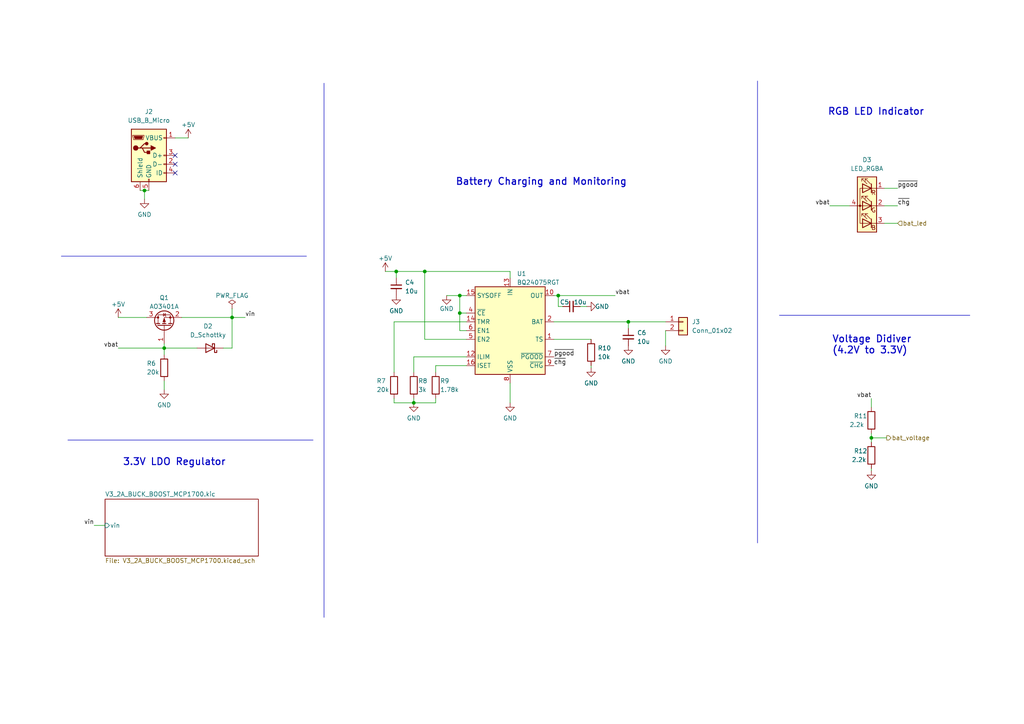
<source format=kicad_sch>
(kicad_sch (version 20230121) (generator eeschema)

  (uuid 3ff0df89-e012-48ad-85e5-890449a05943)

  (paper "A4")

  (lib_symbols
    (symbol "BQ24075RGT_1" (in_bom yes) (on_board yes)
      (property "Reference" "U" (at -8.89 13.97 0)
        (effects (font (size 1.27 1.27)) (justify right))
      )
      (property "Value" "BQ24075RGT" (at 16.51 13.97 0)
        (effects (font (size 1.27 1.27)) (justify right))
      )
      (property "Footprint" "Package_DFN_QFN:VQFN-16-1EP_3x3mm_P0.5mm_EP1.6x1.6mm" (at 7.62 -13.97 0)
        (effects (font (size 1.27 1.27)) (justify left) hide)
      )
      (property "Datasheet" "http://www.ti.com/lit/ds/symlink/bq24075.pdf" (at 7.62 5.08 0)
        (effects (font (size 1.27 1.27)) hide)
      )
      (property "ki_keywords" "USB Charger" (at 0 0 0)
        (effects (font (size 1.27 1.27)) hide)
      )
      (property "ki_description" "USB-Friendly Li-Ion Battery Charger and Power-Path Management, VQFN-16" (at 0 0 0)
        (effects (font (size 1.27 1.27)) hide)
      )
      (property "ki_fp_filters" "VQFN*1EP*3x3mm*P0.5mm*" (at 0 0 0)
        (effects (font (size 1.27 1.27)) hide)
      )
      (symbol "BQ24075RGT_1_0_1"
        (rectangle (start -10.16 12.7) (end 10.16 -12.7)
          (stroke (width 0.254) (type default))
          (fill (type background))
        )
      )
      (symbol "BQ24075RGT_1_1_1"
        (pin passive line (at 12.7 -2.54 180) (length 2.54)
          (name "TS" (effects (font (size 1.27 1.27))))
          (number "1" (effects (font (size 1.27 1.27))))
        )
        (pin power_out line (at 12.7 10.16 180) (length 2.54)
          (name "OUT" (effects (font (size 1.27 1.27))))
          (number "10" (effects (font (size 1.27 1.27))))
        )
        (pin passive line (at 12.7 10.16 180) (length 2.54) hide
          (name "OUT" (effects (font (size 1.27 1.27))))
          (number "11" (effects (font (size 1.27 1.27))))
        )
        (pin passive line (at -12.7 -7.62 0) (length 2.54)
          (name "ILIM" (effects (font (size 1.27 1.27))))
          (number "12" (effects (font (size 1.27 1.27))))
        )
        (pin power_in line (at 0 15.24 270) (length 2.54)
          (name "IN" (effects (font (size 1.27 1.27))))
          (number "13" (effects (font (size 1.27 1.27))))
        )
        (pin input line (at -12.7 2.54 0) (length 2.54)
          (name "TMR" (effects (font (size 1.27 1.27))))
          (number "14" (effects (font (size 1.27 1.27))))
        )
        (pin input line (at -12.7 10.16 0) (length 2.54)
          (name "SYSOFF" (effects (font (size 1.27 1.27))))
          (number "15" (effects (font (size 1.27 1.27))))
        )
        (pin passive line (at -12.7 -10.16 0) (length 2.54)
          (name "ISET" (effects (font (size 1.27 1.27))))
          (number "16" (effects (font (size 1.27 1.27))))
        )
        (pin passive line (at 0 -15.24 90) (length 2.54) hide
          (name "VSS" (effects (font (size 1.27 1.27))))
          (number "17" (effects (font (size 1.27 1.27))))
        )
        (pin power_out line (at 12.7 2.54 180) (length 2.54)
          (name "BAT" (effects (font (size 1.27 1.27))))
          (number "2" (effects (font (size 1.27 1.27))))
        )
        (pin passive line (at 12.7 2.54 180) (length 2.54) hide
          (name "BAT" (effects (font (size 1.27 1.27))))
          (number "3" (effects (font (size 1.27 1.27))))
        )
        (pin input line (at -12.7 5.08 0) (length 2.54)
          (name "~{CE}" (effects (font (size 1.27 1.27))))
          (number "4" (effects (font (size 1.27 1.27))))
        )
        (pin input line (at -12.7 -2.54 0) (length 2.54)
          (name "EN2" (effects (font (size 1.27 1.27))))
          (number "5" (effects (font (size 1.27 1.27))))
        )
        (pin input line (at -12.7 0 0) (length 2.54)
          (name "EN1" (effects (font (size 1.27 1.27))))
          (number "6" (effects (font (size 1.27 1.27))))
        )
        (pin open_collector line (at 12.7 -7.62 180) (length 2.54)
          (name "~{PGOOD}" (effects (font (size 1.27 1.27))))
          (number "7" (effects (font (size 1.27 1.27))))
        )
        (pin power_in line (at 0 -15.24 90) (length 2.54)
          (name "VSS" (effects (font (size 1.27 1.27))))
          (number "8" (effects (font (size 1.27 1.27))))
        )
        (pin open_collector line (at 12.7 -10.16 180) (length 2.54)
          (name "~{CHG}" (effects (font (size 1.27 1.27))))
          (number "9" (effects (font (size 1.27 1.27))))
        )
      )
    )
    (symbol "Connector:USB_B_Micro" (pin_names (offset 1.016)) (in_bom yes) (on_board yes)
      (property "Reference" "J" (at -5.08 11.43 0)
        (effects (font (size 1.27 1.27)) (justify left))
      )
      (property "Value" "USB_B_Micro" (at -5.08 8.89 0)
        (effects (font (size 1.27 1.27)) (justify left))
      )
      (property "Footprint" "" (at 3.81 -1.27 0)
        (effects (font (size 1.27 1.27)) hide)
      )
      (property "Datasheet" "~" (at 3.81 -1.27 0)
        (effects (font (size 1.27 1.27)) hide)
      )
      (property "ki_keywords" "connector USB micro" (at 0 0 0)
        (effects (font (size 1.27 1.27)) hide)
      )
      (property "ki_description" "USB Micro Type B connector" (at 0 0 0)
        (effects (font (size 1.27 1.27)) hide)
      )
      (property "ki_fp_filters" "USB*" (at 0 0 0)
        (effects (font (size 1.27 1.27)) hide)
      )
      (symbol "USB_B_Micro_0_1"
        (rectangle (start -5.08 -7.62) (end 5.08 7.62)
          (stroke (width 0.254) (type default))
          (fill (type background))
        )
        (circle (center -3.81 2.159) (radius 0.635)
          (stroke (width 0.254) (type default))
          (fill (type outline))
        )
        (circle (center -0.635 3.429) (radius 0.381)
          (stroke (width 0.254) (type default))
          (fill (type outline))
        )
        (rectangle (start -0.127 -7.62) (end 0.127 -6.858)
          (stroke (width 0) (type default))
          (fill (type none))
        )
        (polyline
          (pts
            (xy -1.905 2.159)
            (xy 0.635 2.159)
          )
          (stroke (width 0.254) (type default))
          (fill (type none))
        )
        (polyline
          (pts
            (xy -3.175 2.159)
            (xy -2.54 2.159)
            (xy -1.27 3.429)
            (xy -0.635 3.429)
          )
          (stroke (width 0.254) (type default))
          (fill (type none))
        )
        (polyline
          (pts
            (xy -2.54 2.159)
            (xy -1.905 2.159)
            (xy -1.27 0.889)
            (xy 0 0.889)
          )
          (stroke (width 0.254) (type default))
          (fill (type none))
        )
        (polyline
          (pts
            (xy 0.635 2.794)
            (xy 0.635 1.524)
            (xy 1.905 2.159)
            (xy 0.635 2.794)
          )
          (stroke (width 0.254) (type default))
          (fill (type outline))
        )
        (polyline
          (pts
            (xy -4.318 5.588)
            (xy -1.778 5.588)
            (xy -2.032 4.826)
            (xy -4.064 4.826)
            (xy -4.318 5.588)
          )
          (stroke (width 0) (type default))
          (fill (type outline))
        )
        (polyline
          (pts
            (xy -4.699 5.842)
            (xy -4.699 5.588)
            (xy -4.445 4.826)
            (xy -4.445 4.572)
            (xy -1.651 4.572)
            (xy -1.651 4.826)
            (xy -1.397 5.588)
            (xy -1.397 5.842)
            (xy -4.699 5.842)
          )
          (stroke (width 0) (type default))
          (fill (type none))
        )
        (rectangle (start 0.254 1.27) (end -0.508 0.508)
          (stroke (width 0.254) (type default))
          (fill (type outline))
        )
        (rectangle (start 5.08 -5.207) (end 4.318 -4.953)
          (stroke (width 0) (type default))
          (fill (type none))
        )
        (rectangle (start 5.08 -2.667) (end 4.318 -2.413)
          (stroke (width 0) (type default))
          (fill (type none))
        )
        (rectangle (start 5.08 -0.127) (end 4.318 0.127)
          (stroke (width 0) (type default))
          (fill (type none))
        )
        (rectangle (start 5.08 4.953) (end 4.318 5.207)
          (stroke (width 0) (type default))
          (fill (type none))
        )
      )
      (symbol "USB_B_Micro_1_1"
        (pin power_out line (at 7.62 5.08 180) (length 2.54)
          (name "VBUS" (effects (font (size 1.27 1.27))))
          (number "1" (effects (font (size 1.27 1.27))))
        )
        (pin bidirectional line (at 7.62 -2.54 180) (length 2.54)
          (name "D-" (effects (font (size 1.27 1.27))))
          (number "2" (effects (font (size 1.27 1.27))))
        )
        (pin bidirectional line (at 7.62 0 180) (length 2.54)
          (name "D+" (effects (font (size 1.27 1.27))))
          (number "3" (effects (font (size 1.27 1.27))))
        )
        (pin passive line (at 7.62 -5.08 180) (length 2.54)
          (name "ID" (effects (font (size 1.27 1.27))))
          (number "4" (effects (font (size 1.27 1.27))))
        )
        (pin power_out line (at 0 -10.16 90) (length 2.54)
          (name "GND" (effects (font (size 1.27 1.27))))
          (number "5" (effects (font (size 1.27 1.27))))
        )
        (pin passive line (at -2.54 -10.16 90) (length 2.54)
          (name "Shield" (effects (font (size 1.27 1.27))))
          (number "6" (effects (font (size 1.27 1.27))))
        )
      )
    )
    (symbol "Connector_Generic:Conn_01x02" (pin_names (offset 1.016) hide) (in_bom yes) (on_board yes)
      (property "Reference" "J" (at 0 2.54 0)
        (effects (font (size 1.27 1.27)))
      )
      (property "Value" "Conn_01x02" (at 0 -5.08 0)
        (effects (font (size 1.27 1.27)))
      )
      (property "Footprint" "" (at 0 0 0)
        (effects (font (size 1.27 1.27)) hide)
      )
      (property "Datasheet" "~" (at 0 0 0)
        (effects (font (size 1.27 1.27)) hide)
      )
      (property "ki_keywords" "connector" (at 0 0 0)
        (effects (font (size 1.27 1.27)) hide)
      )
      (property "ki_description" "Generic connector, single row, 01x02, script generated (kicad-library-utils/schlib/autogen/connector/)" (at 0 0 0)
        (effects (font (size 1.27 1.27)) hide)
      )
      (property "ki_fp_filters" "Connector*:*_1x??_*" (at 0 0 0)
        (effects (font (size 1.27 1.27)) hide)
      )
      (symbol "Conn_01x02_1_1"
        (rectangle (start -1.27 -2.413) (end 0 -2.667)
          (stroke (width 0.1524) (type default))
          (fill (type none))
        )
        (rectangle (start -1.27 0.127) (end 0 -0.127)
          (stroke (width 0.1524) (type default))
          (fill (type none))
        )
        (rectangle (start -1.27 1.27) (end 1.27 -3.81)
          (stroke (width 0.254) (type default))
          (fill (type background))
        )
        (pin passive line (at -5.08 0 0) (length 3.81)
          (name "Pin_1" (effects (font (size 1.27 1.27))))
          (number "1" (effects (font (size 1.27 1.27))))
        )
        (pin passive line (at -5.08 -2.54 0) (length 3.81)
          (name "Pin_2" (effects (font (size 1.27 1.27))))
          (number "2" (effects (font (size 1.27 1.27))))
        )
      )
    )
    (symbol "Device:C_Small" (pin_numbers hide) (pin_names (offset 0.254) hide) (in_bom yes) (on_board yes)
      (property "Reference" "C" (at 0.254 1.778 0)
        (effects (font (size 1.27 1.27)) (justify left))
      )
      (property "Value" "C_Small" (at 0.254 -2.032 0)
        (effects (font (size 1.27 1.27)) (justify left))
      )
      (property "Footprint" "" (at 0 0 0)
        (effects (font (size 1.27 1.27)) hide)
      )
      (property "Datasheet" "~" (at 0 0 0)
        (effects (font (size 1.27 1.27)) hide)
      )
      (property "ki_keywords" "capacitor cap" (at 0 0 0)
        (effects (font (size 1.27 1.27)) hide)
      )
      (property "ki_description" "Unpolarized capacitor, small symbol" (at 0 0 0)
        (effects (font (size 1.27 1.27)) hide)
      )
      (property "ki_fp_filters" "C_*" (at 0 0 0)
        (effects (font (size 1.27 1.27)) hide)
      )
      (symbol "C_Small_0_1"
        (polyline
          (pts
            (xy -1.524 -0.508)
            (xy 1.524 -0.508)
          )
          (stroke (width 0.3302) (type default))
          (fill (type none))
        )
        (polyline
          (pts
            (xy -1.524 0.508)
            (xy 1.524 0.508)
          )
          (stroke (width 0.3048) (type default))
          (fill (type none))
        )
      )
      (symbol "C_Small_1_1"
        (pin passive line (at 0 2.54 270) (length 2.032)
          (name "~" (effects (font (size 1.27 1.27))))
          (number "1" (effects (font (size 1.27 1.27))))
        )
        (pin passive line (at 0 -2.54 90) (length 2.032)
          (name "~" (effects (font (size 1.27 1.27))))
          (number "2" (effects (font (size 1.27 1.27))))
        )
      )
    )
    (symbol "Device:D_Schottky" (pin_numbers hide) (pin_names (offset 1.016) hide) (in_bom yes) (on_board yes)
      (property "Reference" "D" (at 0 2.54 0)
        (effects (font (size 1.27 1.27)))
      )
      (property "Value" "D_Schottky" (at 0 -2.54 0)
        (effects (font (size 1.27 1.27)))
      )
      (property "Footprint" "" (at 0 0 0)
        (effects (font (size 1.27 1.27)) hide)
      )
      (property "Datasheet" "~" (at 0 0 0)
        (effects (font (size 1.27 1.27)) hide)
      )
      (property "ki_keywords" "diode Schottky" (at 0 0 0)
        (effects (font (size 1.27 1.27)) hide)
      )
      (property "ki_description" "Schottky diode" (at 0 0 0)
        (effects (font (size 1.27 1.27)) hide)
      )
      (property "ki_fp_filters" "TO-???* *_Diode_* *SingleDiode* D_*" (at 0 0 0)
        (effects (font (size 1.27 1.27)) hide)
      )
      (symbol "D_Schottky_0_1"
        (polyline
          (pts
            (xy 1.27 0)
            (xy -1.27 0)
          )
          (stroke (width 0) (type default))
          (fill (type none))
        )
        (polyline
          (pts
            (xy 1.27 1.27)
            (xy 1.27 -1.27)
            (xy -1.27 0)
            (xy 1.27 1.27)
          )
          (stroke (width 0.254) (type default))
          (fill (type none))
        )
        (polyline
          (pts
            (xy -1.905 0.635)
            (xy -1.905 1.27)
            (xy -1.27 1.27)
            (xy -1.27 -1.27)
            (xy -0.635 -1.27)
            (xy -0.635 -0.635)
          )
          (stroke (width 0.254) (type default))
          (fill (type none))
        )
      )
      (symbol "D_Schottky_1_1"
        (pin passive line (at -3.81 0 0) (length 2.54)
          (name "K" (effects (font (size 1.27 1.27))))
          (number "1" (effects (font (size 1.27 1.27))))
        )
        (pin passive line (at 3.81 0 180) (length 2.54)
          (name "A" (effects (font (size 1.27 1.27))))
          (number "2" (effects (font (size 1.27 1.27))))
        )
      )
    )
    (symbol "Device:LED_RGBA" (pin_names (offset 0) hide) (in_bom yes) (on_board yes)
      (property "Reference" "D" (at 0 9.398 0)
        (effects (font (size 1.27 1.27)))
      )
      (property "Value" "LED_RGBA" (at 0 -8.89 0)
        (effects (font (size 1.27 1.27)))
      )
      (property "Footprint" "" (at 0 -1.27 0)
        (effects (font (size 1.27 1.27)) hide)
      )
      (property "Datasheet" "~" (at 0 -1.27 0)
        (effects (font (size 1.27 1.27)) hide)
      )
      (property "ki_keywords" "LED RGB diode" (at 0 0 0)
        (effects (font (size 1.27 1.27)) hide)
      )
      (property "ki_description" "RGB LED, red/green/blue/anode" (at 0 0 0)
        (effects (font (size 1.27 1.27)) hide)
      )
      (property "ki_fp_filters" "LED* LED_SMD:* LED_THT:*" (at 0 0 0)
        (effects (font (size 1.27 1.27)) hide)
      )
      (symbol "LED_RGBA_0_0"
        (text "B" (at -1.905 -6.35 0)
          (effects (font (size 1.27 1.27)))
        )
        (text "G" (at -1.905 -1.27 0)
          (effects (font (size 1.27 1.27)))
        )
        (text "R" (at -1.905 3.81 0)
          (effects (font (size 1.27 1.27)))
        )
      )
      (symbol "LED_RGBA_0_1"
        (polyline
          (pts
            (xy -1.27 -5.08)
            (xy -2.54 -5.08)
          )
          (stroke (width 0) (type default))
          (fill (type none))
        )
        (polyline
          (pts
            (xy -1.27 -5.08)
            (xy 1.27 -5.08)
          )
          (stroke (width 0) (type default))
          (fill (type none))
        )
        (polyline
          (pts
            (xy -1.27 -3.81)
            (xy -1.27 -6.35)
          )
          (stroke (width 0.254) (type default))
          (fill (type none))
        )
        (polyline
          (pts
            (xy -1.27 0)
            (xy -2.54 0)
          )
          (stroke (width 0) (type default))
          (fill (type none))
        )
        (polyline
          (pts
            (xy -1.27 1.27)
            (xy -1.27 -1.27)
          )
          (stroke (width 0.254) (type default))
          (fill (type none))
        )
        (polyline
          (pts
            (xy -1.27 5.08)
            (xy -2.54 5.08)
          )
          (stroke (width 0) (type default))
          (fill (type none))
        )
        (polyline
          (pts
            (xy -1.27 5.08)
            (xy 1.27 5.08)
          )
          (stroke (width 0) (type default))
          (fill (type none))
        )
        (polyline
          (pts
            (xy -1.27 6.35)
            (xy -1.27 3.81)
          )
          (stroke (width 0.254) (type default))
          (fill (type none))
        )
        (polyline
          (pts
            (xy 1.27 0)
            (xy -1.27 0)
          )
          (stroke (width 0) (type default))
          (fill (type none))
        )
        (polyline
          (pts
            (xy 1.27 0)
            (xy 2.54 0)
          )
          (stroke (width 0) (type default))
          (fill (type none))
        )
        (polyline
          (pts
            (xy -1.27 1.27)
            (xy -1.27 -1.27)
            (xy -1.27 -1.27)
          )
          (stroke (width 0) (type default))
          (fill (type none))
        )
        (polyline
          (pts
            (xy -1.27 6.35)
            (xy -1.27 3.81)
            (xy -1.27 3.81)
          )
          (stroke (width 0) (type default))
          (fill (type none))
        )
        (polyline
          (pts
            (xy 1.27 -5.08)
            (xy 2.032 -5.08)
            (xy 2.032 5.08)
            (xy 1.27 5.08)
          )
          (stroke (width 0) (type default))
          (fill (type none))
        )
        (polyline
          (pts
            (xy 1.27 -3.81)
            (xy 1.27 -6.35)
            (xy -1.27 -5.08)
            (xy 1.27 -3.81)
          )
          (stroke (width 0.254) (type default))
          (fill (type none))
        )
        (polyline
          (pts
            (xy 1.27 1.27)
            (xy 1.27 -1.27)
            (xy -1.27 0)
            (xy 1.27 1.27)
          )
          (stroke (width 0.254) (type default))
          (fill (type none))
        )
        (polyline
          (pts
            (xy 1.27 6.35)
            (xy 1.27 3.81)
            (xy -1.27 5.08)
            (xy 1.27 6.35)
          )
          (stroke (width 0.254) (type default))
          (fill (type none))
        )
        (polyline
          (pts
            (xy -1.016 -3.81)
            (xy 0.508 -2.286)
            (xy -0.254 -2.286)
            (xy 0.508 -2.286)
            (xy 0.508 -3.048)
          )
          (stroke (width 0) (type default))
          (fill (type none))
        )
        (polyline
          (pts
            (xy -1.016 1.27)
            (xy 0.508 2.794)
            (xy -0.254 2.794)
            (xy 0.508 2.794)
            (xy 0.508 2.032)
          )
          (stroke (width 0) (type default))
          (fill (type none))
        )
        (polyline
          (pts
            (xy -1.016 6.35)
            (xy 0.508 7.874)
            (xy -0.254 7.874)
            (xy 0.508 7.874)
            (xy 0.508 7.112)
          )
          (stroke (width 0) (type default))
          (fill (type none))
        )
        (polyline
          (pts
            (xy 0 -3.81)
            (xy 1.524 -2.286)
            (xy 0.762 -2.286)
            (xy 1.524 -2.286)
            (xy 1.524 -3.048)
          )
          (stroke (width 0) (type default))
          (fill (type none))
        )
        (polyline
          (pts
            (xy 0 1.27)
            (xy 1.524 2.794)
            (xy 0.762 2.794)
            (xy 1.524 2.794)
            (xy 1.524 2.032)
          )
          (stroke (width 0) (type default))
          (fill (type none))
        )
        (polyline
          (pts
            (xy 0 6.35)
            (xy 1.524 7.874)
            (xy 0.762 7.874)
            (xy 1.524 7.874)
            (xy 1.524 7.112)
          )
          (stroke (width 0) (type default))
          (fill (type none))
        )
        (rectangle (start 1.27 -1.27) (end 1.27 1.27)
          (stroke (width 0) (type default))
          (fill (type none))
        )
        (rectangle (start 1.27 1.27) (end 1.27 1.27)
          (stroke (width 0) (type default))
          (fill (type none))
        )
        (rectangle (start 1.27 3.81) (end 1.27 6.35)
          (stroke (width 0) (type default))
          (fill (type none))
        )
        (rectangle (start 1.27 6.35) (end 1.27 6.35)
          (stroke (width 0) (type default))
          (fill (type none))
        )
        (circle (center 2.032 0) (radius 0.254)
          (stroke (width 0) (type default))
          (fill (type outline))
        )
        (rectangle (start 2.794 8.382) (end -2.794 -7.62)
          (stroke (width 0.254) (type default))
          (fill (type background))
        )
      )
      (symbol "LED_RGBA_1_1"
        (pin passive line (at -5.08 5.08 0) (length 2.54)
          (name "RK" (effects (font (size 1.27 1.27))))
          (number "1" (effects (font (size 1.27 1.27))))
        )
        (pin passive line (at -5.08 0 0) (length 2.54)
          (name "GK" (effects (font (size 1.27 1.27))))
          (number "2" (effects (font (size 1.27 1.27))))
        )
        (pin passive line (at -5.08 -5.08 0) (length 2.54)
          (name "BK" (effects (font (size 1.27 1.27))))
          (number "3" (effects (font (size 1.27 1.27))))
        )
        (pin passive line (at 5.08 0 180) (length 2.54)
          (name "A" (effects (font (size 1.27 1.27))))
          (number "4" (effects (font (size 1.27 1.27))))
        )
      )
    )
    (symbol "Device:R" (pin_numbers hide) (pin_names (offset 0)) (in_bom yes) (on_board yes)
      (property "Reference" "R" (at 2.032 0 90)
        (effects (font (size 1.27 1.27)))
      )
      (property "Value" "R" (at 0 0 90)
        (effects (font (size 1.27 1.27)))
      )
      (property "Footprint" "" (at -1.778 0 90)
        (effects (font (size 1.27 1.27)) hide)
      )
      (property "Datasheet" "~" (at 0 0 0)
        (effects (font (size 1.27 1.27)) hide)
      )
      (property "ki_keywords" "R res resistor" (at 0 0 0)
        (effects (font (size 1.27 1.27)) hide)
      )
      (property "ki_description" "Resistor" (at 0 0 0)
        (effects (font (size 1.27 1.27)) hide)
      )
      (property "ki_fp_filters" "R_*" (at 0 0 0)
        (effects (font (size 1.27 1.27)) hide)
      )
      (symbol "R_0_1"
        (rectangle (start -1.016 -2.54) (end 1.016 2.54)
          (stroke (width 0.254) (type default))
          (fill (type none))
        )
      )
      (symbol "R_1_1"
        (pin passive line (at 0 3.81 270) (length 1.27)
          (name "~" (effects (font (size 1.27 1.27))))
          (number "1" (effects (font (size 1.27 1.27))))
        )
        (pin passive line (at 0 -3.81 90) (length 1.27)
          (name "~" (effects (font (size 1.27 1.27))))
          (number "2" (effects (font (size 1.27 1.27))))
        )
      )
    )
    (symbol "Transistor_FET:AO3401A" (pin_names hide) (in_bom yes) (on_board yes)
      (property "Reference" "Q" (at 5.08 1.905 0)
        (effects (font (size 1.27 1.27)) (justify left))
      )
      (property "Value" "AO3401A" (at 5.08 0 0)
        (effects (font (size 1.27 1.27)) (justify left))
      )
      (property "Footprint" "Package_TO_SOT_SMD:SOT-23" (at 5.08 -1.905 0)
        (effects (font (size 1.27 1.27) italic) (justify left) hide)
      )
      (property "Datasheet" "http://www.aosmd.com/pdfs/datasheet/AO3401A.pdf" (at 0 0 0)
        (effects (font (size 1.27 1.27)) (justify left) hide)
      )
      (property "ki_keywords" "P-Channel MOSFET" (at 0 0 0)
        (effects (font (size 1.27 1.27)) hide)
      )
      (property "ki_description" "-4.0A Id, -30V Vds, P-Channel MOSFET, SOT-23" (at 0 0 0)
        (effects (font (size 1.27 1.27)) hide)
      )
      (property "ki_fp_filters" "SOT?23*" (at 0 0 0)
        (effects (font (size 1.27 1.27)) hide)
      )
      (symbol "AO3401A_0_1"
        (polyline
          (pts
            (xy 0.254 0)
            (xy -2.54 0)
          )
          (stroke (width 0) (type default))
          (fill (type none))
        )
        (polyline
          (pts
            (xy 0.254 1.905)
            (xy 0.254 -1.905)
          )
          (stroke (width 0.254) (type default))
          (fill (type none))
        )
        (polyline
          (pts
            (xy 0.762 -1.27)
            (xy 0.762 -2.286)
          )
          (stroke (width 0.254) (type default))
          (fill (type none))
        )
        (polyline
          (pts
            (xy 0.762 0.508)
            (xy 0.762 -0.508)
          )
          (stroke (width 0.254) (type default))
          (fill (type none))
        )
        (polyline
          (pts
            (xy 0.762 2.286)
            (xy 0.762 1.27)
          )
          (stroke (width 0.254) (type default))
          (fill (type none))
        )
        (polyline
          (pts
            (xy 2.54 2.54)
            (xy 2.54 1.778)
          )
          (stroke (width 0) (type default))
          (fill (type none))
        )
        (polyline
          (pts
            (xy 2.54 -2.54)
            (xy 2.54 0)
            (xy 0.762 0)
          )
          (stroke (width 0) (type default))
          (fill (type none))
        )
        (polyline
          (pts
            (xy 0.762 1.778)
            (xy 3.302 1.778)
            (xy 3.302 -1.778)
            (xy 0.762 -1.778)
          )
          (stroke (width 0) (type default))
          (fill (type none))
        )
        (polyline
          (pts
            (xy 2.286 0)
            (xy 1.27 0.381)
            (xy 1.27 -0.381)
            (xy 2.286 0)
          )
          (stroke (width 0) (type default))
          (fill (type outline))
        )
        (polyline
          (pts
            (xy 2.794 -0.508)
            (xy 2.921 -0.381)
            (xy 3.683 -0.381)
            (xy 3.81 -0.254)
          )
          (stroke (width 0) (type default))
          (fill (type none))
        )
        (polyline
          (pts
            (xy 3.302 -0.381)
            (xy 2.921 0.254)
            (xy 3.683 0.254)
            (xy 3.302 -0.381)
          )
          (stroke (width 0) (type default))
          (fill (type none))
        )
        (circle (center 1.651 0) (radius 2.794)
          (stroke (width 0.254) (type default))
          (fill (type none))
        )
        (circle (center 2.54 -1.778) (radius 0.254)
          (stroke (width 0) (type default))
          (fill (type outline))
        )
        (circle (center 2.54 1.778) (radius 0.254)
          (stroke (width 0) (type default))
          (fill (type outline))
        )
      )
      (symbol "AO3401A_1_1"
        (pin input line (at -5.08 0 0) (length 2.54)
          (name "G" (effects (font (size 1.27 1.27))))
          (number "1" (effects (font (size 1.27 1.27))))
        )
        (pin passive line (at 2.54 -5.08 90) (length 2.54)
          (name "S" (effects (font (size 1.27 1.27))))
          (number "2" (effects (font (size 1.27 1.27))))
        )
        (pin passive line (at 2.54 5.08 270) (length 2.54)
          (name "D" (effects (font (size 1.27 1.27))))
          (number "3" (effects (font (size 1.27 1.27))))
        )
      )
    )
    (symbol "power:+5V" (power) (pin_names (offset 0)) (in_bom yes) (on_board yes)
      (property "Reference" "#PWR" (at 0 -3.81 0)
        (effects (font (size 1.27 1.27)) hide)
      )
      (property "Value" "+5V" (at 0 3.556 0)
        (effects (font (size 1.27 1.27)))
      )
      (property "Footprint" "" (at 0 0 0)
        (effects (font (size 1.27 1.27)) hide)
      )
      (property "Datasheet" "" (at 0 0 0)
        (effects (font (size 1.27 1.27)) hide)
      )
      (property "ki_keywords" "global power" (at 0 0 0)
        (effects (font (size 1.27 1.27)) hide)
      )
      (property "ki_description" "Power symbol creates a global label with name \"+5V\"" (at 0 0 0)
        (effects (font (size 1.27 1.27)) hide)
      )
      (symbol "+5V_0_1"
        (polyline
          (pts
            (xy -0.762 1.27)
            (xy 0 2.54)
          )
          (stroke (width 0) (type default))
          (fill (type none))
        )
        (polyline
          (pts
            (xy 0 0)
            (xy 0 2.54)
          )
          (stroke (width 0) (type default))
          (fill (type none))
        )
        (polyline
          (pts
            (xy 0 2.54)
            (xy 0.762 1.27)
          )
          (stroke (width 0) (type default))
          (fill (type none))
        )
      )
      (symbol "+5V_1_1"
        (pin power_in line (at 0 0 90) (length 0) hide
          (name "+5V" (effects (font (size 1.27 1.27))))
          (number "1" (effects (font (size 1.27 1.27))))
        )
      )
    )
    (symbol "power:GND" (power) (pin_names (offset 0)) (in_bom yes) (on_board yes)
      (property "Reference" "#PWR" (at 0 -6.35 0)
        (effects (font (size 1.27 1.27)) hide)
      )
      (property "Value" "GND" (at 0 -3.81 0)
        (effects (font (size 1.27 1.27)))
      )
      (property "Footprint" "" (at 0 0 0)
        (effects (font (size 1.27 1.27)) hide)
      )
      (property "Datasheet" "" (at 0 0 0)
        (effects (font (size 1.27 1.27)) hide)
      )
      (property "ki_keywords" "global power" (at 0 0 0)
        (effects (font (size 1.27 1.27)) hide)
      )
      (property "ki_description" "Power symbol creates a global label with name \"GND\" , ground" (at 0 0 0)
        (effects (font (size 1.27 1.27)) hide)
      )
      (symbol "GND_0_1"
        (polyline
          (pts
            (xy 0 0)
            (xy 0 -1.27)
            (xy 1.27 -1.27)
            (xy 0 -2.54)
            (xy -1.27 -1.27)
            (xy 0 -1.27)
          )
          (stroke (width 0) (type default))
          (fill (type none))
        )
      )
      (symbol "GND_1_1"
        (pin power_in line (at 0 0 270) (length 0) hide
          (name "GND" (effects (font (size 1.27 1.27))))
          (number "1" (effects (font (size 1.27 1.27))))
        )
      )
    )
    (symbol "power:PWR_FLAG" (power) (pin_numbers hide) (pin_names (offset 0) hide) (in_bom yes) (on_board yes)
      (property "Reference" "#FLG" (at 0 1.905 0)
        (effects (font (size 1.27 1.27)) hide)
      )
      (property "Value" "PWR_FLAG" (at 0 3.81 0)
        (effects (font (size 1.27 1.27)))
      )
      (property "Footprint" "" (at 0 0 0)
        (effects (font (size 1.27 1.27)) hide)
      )
      (property "Datasheet" "~" (at 0 0 0)
        (effects (font (size 1.27 1.27)) hide)
      )
      (property "ki_keywords" "flag power" (at 0 0 0)
        (effects (font (size 1.27 1.27)) hide)
      )
      (property "ki_description" "Special symbol for telling ERC where power comes from" (at 0 0 0)
        (effects (font (size 1.27 1.27)) hide)
      )
      (symbol "PWR_FLAG_0_0"
        (pin power_out line (at 0 0 90) (length 0)
          (name "pwr" (effects (font (size 1.27 1.27))))
          (number "1" (effects (font (size 1.27 1.27))))
        )
      )
      (symbol "PWR_FLAG_0_1"
        (polyline
          (pts
            (xy 0 0)
            (xy 0 1.27)
            (xy -1.016 1.905)
            (xy 0 2.54)
            (xy 1.016 1.905)
            (xy 0 1.27)
          )
          (stroke (width 0) (type default))
          (fill (type none))
        )
      )
    )
  )

  (junction (at 41.91 55.245) (diameter 0) (color 0 0 0 0)
    (uuid 0651a5a0-e905-42bb-be45-7aa968435219)
  )
  (junction (at 123.19 78.74) (diameter 0) (color 0 0 0 0)
    (uuid 118354c6-82db-4991-b8e4-d9c88d5f1b7f)
  )
  (junction (at 67.31 92.075) (diameter 0) (color 0 0 0 0)
    (uuid 19ec647e-406f-408e-ac9a-218996a1d3c1)
  )
  (junction (at 114.935 78.74) (diameter 0) (color 0 0 0 0)
    (uuid 3026d08b-2657-4ae1-89c5-67686e65d74a)
  )
  (junction (at 182.245 93.345) (diameter 0) (color 0 0 0 0)
    (uuid 9432d66c-9c51-47b3-9063-27013d49b796)
  )
  (junction (at 133.35 85.725) (diameter 0) (color 0 0 0 0)
    (uuid bc12eddf-93c5-471f-8a38-bfe55e190bab)
  )
  (junction (at 161.925 85.725) (diameter 0) (color 0 0 0 0)
    (uuid c5365cc8-0d6d-467c-b909-d4561aa2d070)
  )
  (junction (at 252.73 127) (diameter 0) (color 0 0 0 0)
    (uuid d50c71c2-a17b-4ac8-b35e-7416c21b7f8c)
  )
  (junction (at 47.625 100.965) (diameter 0) (color 0 0 0 0)
    (uuid dc012b02-2f08-4d29-8a48-4c994dedf2ed)
  )
  (junction (at 133.35 90.805) (diameter 0) (color 0 0 0 0)
    (uuid ee8bb58e-c913-4e68-9ec4-e9d897b4c6de)
  )
  (junction (at 120.015 116.84) (diameter 0) (color 0 0 0 0)
    (uuid f00236fc-8623-4f86-93ca-603ec6db4c95)
  )

  (no_connect (at 50.8 47.625) (uuid 24f2db9c-7540-480b-89bd-2da491ca4364))
  (no_connect (at 50.8 45.085) (uuid d4dc8686-f209-4295-9fc2-8b94a246900b))
  (no_connect (at 50.8 50.165) (uuid e278b743-dbab-45ed-8e87-8cb90b916702))

  (wire (pts (xy 123.19 98.425) (xy 123.19 78.74))
    (stroke (width 0) (type default))
    (uuid 023eeded-cecb-4e26-9834-67124953ba4f)
  )
  (wire (pts (xy 161.925 88.9) (xy 161.925 85.725))
    (stroke (width 0) (type default))
    (uuid 0295dfca-5207-4628-80a4-29e2b007aecd)
  )
  (polyline (pts (xy 19.685 127.635) (xy 90.805 127.635))
    (stroke (width 0) (type default))
    (uuid 043daa97-9a85-4054-b40d-722899b6a04a)
  )

  (wire (pts (xy 27.305 152.4) (xy 30.48 152.4))
    (stroke (width 0) (type default))
    (uuid 057c1254-243a-49f8-9cde-bfb7b0162484)
  )
  (wire (pts (xy 67.31 89.535) (xy 67.31 92.075))
    (stroke (width 0) (type default))
    (uuid 0e6d5b32-2423-486c-991f-6d04af9bdc72)
  )
  (wire (pts (xy 252.73 136.525) (xy 252.73 135.89))
    (stroke (width 0) (type default))
    (uuid 15292d62-65e2-4672-9dbf-cedd26b2ce2e)
  )
  (wire (pts (xy 252.73 115.57) (xy 252.73 118.11))
    (stroke (width 0) (type default))
    (uuid 16ecaeba-dcd2-4a72-939c-7bfef32e3494)
  )
  (wire (pts (xy 34.29 92.075) (xy 42.545 92.075))
    (stroke (width 0) (type default))
    (uuid 17446a28-5df7-4522-9bca-6b66b7fd995c)
  )
  (wire (pts (xy 47.625 100.965) (xy 57.15 100.965))
    (stroke (width 0) (type default))
    (uuid 18c246f7-f490-40fb-b6ca-3a7015f44676)
  )
  (wire (pts (xy 147.955 116.84) (xy 147.955 111.125))
    (stroke (width 0) (type default))
    (uuid 18c8004d-db2b-42d3-b752-ff080d35ca61)
  )
  (polyline (pts (xy 226.06 91.44) (xy 281.305 91.44))
    (stroke (width 0) (type default))
    (uuid 1c8d79b6-f906-449b-b512-4b206a57e9c7)
  )

  (wire (pts (xy 114.935 80.645) (xy 114.935 78.74))
    (stroke (width 0) (type default))
    (uuid 1ca1785a-6f53-4539-8007-afabbd2fbe11)
  )
  (wire (pts (xy 114.3 116.84) (xy 114.3 115.57))
    (stroke (width 0) (type default))
    (uuid 1e06ce68-09e6-4b40-825d-313bd2bfbc16)
  )
  (wire (pts (xy 260.35 59.69) (xy 256.54 59.69))
    (stroke (width 0) (type default))
    (uuid 20733045-723d-4acb-b59d-ebf67cf7f2b1)
  )
  (wire (pts (xy 135.255 98.425) (xy 123.19 98.425))
    (stroke (width 0) (type default))
    (uuid 2ea48024-99ac-466f-a323-d759d1f5275d)
  )
  (wire (pts (xy 133.35 95.885) (xy 135.255 95.885))
    (stroke (width 0) (type default))
    (uuid 330b67a3-628f-41b9-aa44-258319f309fa)
  )
  (wire (pts (xy 161.925 85.725) (xy 178.435 85.725))
    (stroke (width 0) (type default))
    (uuid 346707e2-ac1b-424d-81c4-c3d2f91aa473)
  )
  (polyline (pts (xy 219.71 23.495) (xy 219.71 157.48))
    (stroke (width 0) (type default))
    (uuid 3515ac8b-e467-410d-b4d0-a2c9b5c1503e)
  )

  (wire (pts (xy 240.665 59.69) (xy 246.38 59.69))
    (stroke (width 0) (type default))
    (uuid 35903066-e764-477d-a32b-dbdecd095171)
  )
  (wire (pts (xy 120.015 107.95) (xy 120.015 103.505))
    (stroke (width 0) (type default))
    (uuid 3c8a3d5b-ea54-443e-a8f3-30b889b86eff)
  )
  (wire (pts (xy 252.73 127) (xy 257.175 127))
    (stroke (width 0) (type default))
    (uuid 4696643e-0ca9-4fb2-8a16-4621c0cad8e2)
  )
  (wire (pts (xy 120.015 103.505) (xy 135.255 103.505))
    (stroke (width 0) (type default))
    (uuid 4845e852-18ca-471b-9d9b-b0c519f5a84c)
  )
  (wire (pts (xy 126.365 116.84) (xy 126.365 115.57))
    (stroke (width 0) (type default))
    (uuid 4958f9b0-0c4b-4ef8-9376-00499a4c077c)
  )
  (wire (pts (xy 41.91 55.245) (xy 41.91 57.785))
    (stroke (width 0) (type default))
    (uuid 4c39740d-8724-4e42-a607-02e443f7c759)
  )
  (wire (pts (xy 133.35 90.805) (xy 135.255 90.805))
    (stroke (width 0) (type default))
    (uuid 51bf6dcb-e1ff-4d81-a0f0-2a5d9c47d628)
  )
  (polyline (pts (xy 17.78 74.295) (xy 88.9 74.295))
    (stroke (width 0) (type default))
    (uuid 5493b52e-1592-4d7a-9c29-a2212d164477)
  )

  (wire (pts (xy 67.31 92.075) (xy 71.12 92.075))
    (stroke (width 0) (type default))
    (uuid 5939b12a-796e-44b6-a720-dd87faa4460f)
  )
  (wire (pts (xy 252.73 125.73) (xy 252.73 127))
    (stroke (width 0) (type default))
    (uuid 63162423-5404-4055-a947-753ab90d19b8)
  )
  (wire (pts (xy 133.35 90.805) (xy 133.35 95.885))
    (stroke (width 0) (type default))
    (uuid 66bd56e4-0ab7-4b96-bfc9-0471f511c0ff)
  )
  (wire (pts (xy 120.015 116.84) (xy 126.365 116.84))
    (stroke (width 0) (type default))
    (uuid 677c60cc-e276-4773-b00e-2725cf19f1f4)
  )
  (wire (pts (xy 182.245 93.345) (xy 193.04 93.345))
    (stroke (width 0) (type default))
    (uuid 6b09c640-8256-4310-a228-2c0c76d385eb)
  )
  (wire (pts (xy 67.31 100.965) (xy 64.77 100.965))
    (stroke (width 0) (type default))
    (uuid 7ac266aa-6484-49a3-9c6a-83a89465953b)
  )
  (wire (pts (xy 171.45 106.68) (xy 171.45 106.045))
    (stroke (width 0) (type default))
    (uuid 7bc87b78-2f5d-4e96-9bd2-b27a24e46577)
  )
  (wire (pts (xy 114.3 93.345) (xy 114.3 107.95))
    (stroke (width 0) (type default))
    (uuid 8b2fb341-e1b0-4477-b298-cccb452de0c0)
  )
  (wire (pts (xy 135.255 85.725) (xy 133.35 85.725))
    (stroke (width 0) (type default))
    (uuid 8e2a0aec-9840-42d0-9443-062f575a562d)
  )
  (wire (pts (xy 40.64 55.245) (xy 41.91 55.245))
    (stroke (width 0) (type default))
    (uuid 91ed95c1-3d3b-4fde-b9d7-ee2cf9c13560)
  )
  (wire (pts (xy 47.625 110.49) (xy 47.625 113.03))
    (stroke (width 0) (type default))
    (uuid 93f321ab-0f40-434b-bc80-2401ef495fae)
  )
  (wire (pts (xy 193.04 95.885) (xy 193.04 100.33))
    (stroke (width 0) (type default))
    (uuid 945beb2c-802f-4118-a084-f84ea6f11065)
  )
  (wire (pts (xy 54.61 40.005) (xy 50.8 40.005))
    (stroke (width 0) (type default))
    (uuid 977b0364-d729-41c1-8882-e5d234ba22b3)
  )
  (wire (pts (xy 47.625 100.965) (xy 47.625 102.87))
    (stroke (width 0) (type default))
    (uuid 9a658260-292d-46af-876d-2692018c16a2)
  )
  (wire (pts (xy 123.19 78.74) (xy 147.955 78.74))
    (stroke (width 0) (type default))
    (uuid 9b4074c7-c45f-4415-9632-4258d6572ac8)
  )
  (wire (pts (xy 41.91 55.245) (xy 43.18 55.245))
    (stroke (width 0) (type default))
    (uuid a7e7b2c6-5f7f-4f0c-ba7f-e1254fcb6bbf)
  )
  (wire (pts (xy 126.365 106.045) (xy 126.365 107.95))
    (stroke (width 0) (type default))
    (uuid aa8ad203-2d2f-40f9-b051-1ea379322e43)
  )
  (wire (pts (xy 67.31 92.075) (xy 67.31 100.965))
    (stroke (width 0) (type default))
    (uuid abc48068-45b5-48c9-a465-515df0a9d63c)
  )
  (wire (pts (xy 160.655 98.425) (xy 171.45 98.425))
    (stroke (width 0) (type default))
    (uuid ac2be676-55e2-4845-ba98-2b63abb3f055)
  )
  (wire (pts (xy 252.73 127) (xy 252.73 128.27))
    (stroke (width 0) (type default))
    (uuid afc59587-1364-4fcb-b15d-99096eede140)
  )
  (wire (pts (xy 133.35 85.725) (xy 133.35 90.805))
    (stroke (width 0) (type default))
    (uuid b7cb4f36-ec2c-4fcb-8b2d-9d242ed0263d)
  )
  (wire (pts (xy 111.76 78.74) (xy 114.935 78.74))
    (stroke (width 0) (type default))
    (uuid b9faf102-b63b-487e-a4af-1145492af28f)
  )
  (wire (pts (xy 163.195 88.9) (xy 161.925 88.9))
    (stroke (width 0) (type default))
    (uuid bb65d77f-b141-4ff6-99f9-373d9ab6272b)
  )
  (wire (pts (xy 256.54 64.77) (xy 260.35 64.77))
    (stroke (width 0) (type default))
    (uuid bb95d2bc-7c90-4d85-a6f3-c3a58f9a0130)
  )
  (wire (pts (xy 120.015 115.57) (xy 120.015 116.84))
    (stroke (width 0) (type default))
    (uuid bba999d4-1874-4bfb-82b5-838721ccdf51)
  )
  (wire (pts (xy 114.3 116.84) (xy 120.015 116.84))
    (stroke (width 0) (type default))
    (uuid bc1fc496-cec5-4ee3-988b-a6363fcbc38e)
  )
  (wire (pts (xy 129.54 85.725) (xy 133.35 85.725))
    (stroke (width 0) (type default))
    (uuid bcb81d12-5898-4062-b5bd-6f98ce26e1d4)
  )
  (polyline (pts (xy 93.98 24.13) (xy 93.98 179.07))
    (stroke (width 0) (type default))
    (uuid cca7a761-3f54-44e6-996e-96f3f5e8a3c5)
  )

  (wire (pts (xy 114.935 78.74) (xy 123.19 78.74))
    (stroke (width 0) (type default))
    (uuid cf5b49ef-3ef7-4d71-8d26-ba136f321b53)
  )
  (wire (pts (xy 135.255 93.345) (xy 114.3 93.345))
    (stroke (width 0) (type default))
    (uuid d0ab5ef1-925e-4e85-9898-b058b4adb710)
  )
  (wire (pts (xy 135.255 106.045) (xy 126.365 106.045))
    (stroke (width 0) (type default))
    (uuid d4a3e7cc-c5f3-4fab-b6a8-35ab436ac9f0)
  )
  (wire (pts (xy 182.245 95.25) (xy 182.245 93.345))
    (stroke (width 0) (type default))
    (uuid d8e43c98-e871-41d7-8326-e02a3aa89f14)
  )
  (wire (pts (xy 170.18 88.9) (xy 168.275 88.9))
    (stroke (width 0) (type default))
    (uuid dde1c557-73a8-4a71-a519-8e8fc6a5263d)
  )
  (wire (pts (xy 52.705 92.075) (xy 67.31 92.075))
    (stroke (width 0) (type default))
    (uuid e108bd49-37a7-45a6-9dad-c25cb9a3b070)
  )
  (wire (pts (xy 47.625 99.695) (xy 47.625 100.965))
    (stroke (width 0) (type default))
    (uuid f17e7637-4698-4cc9-bc78-7ad756f6c726)
  )
  (wire (pts (xy 147.955 78.74) (xy 147.955 80.645))
    (stroke (width 0) (type default))
    (uuid f2a00228-0a46-4be5-a95c-cac0f970c67f)
  )
  (wire (pts (xy 34.29 100.965) (xy 47.625 100.965))
    (stroke (width 0) (type default))
    (uuid f32fffb3-7e4f-4aab-b31a-2601b565299e)
  )
  (wire (pts (xy 160.655 93.345) (xy 182.245 93.345))
    (stroke (width 0) (type default))
    (uuid f51da24f-3fe5-43e1-bade-babedb7c4600)
  )
  (wire (pts (xy 260.35 54.61) (xy 256.54 54.61))
    (stroke (width 0) (type default))
    (uuid f5ee1ea2-98cc-4b77-a0ba-cf565a4eabd0)
  )
  (wire (pts (xy 160.655 85.725) (xy 161.925 85.725))
    (stroke (width 0) (type default))
    (uuid fbac62a7-d58d-4d59-bb06-f1bf92245147)
  )

  (text "Voltage Didiver\n(4.2V to 3.3V)" (at 241.3 102.87 0)
    (effects (font (size 2 2) (thickness 0.3) bold) (justify left bottom))
    (uuid 078e17e7-0b4c-469b-933b-78b0544e6009)
  )
  (text "3.3V LDO Regulator" (at 35.56 135.255 0)
    (effects (font (size 2 2) (thickness 0.3) bold) (justify left bottom))
    (uuid aa810bad-074d-4175-ab6b-2b4b6be72ea1)
  )
  (text "Battery Charging and Monitoring" (at 132.08 53.975 0)
    (effects (font (size 2 2) (thickness 0.3) bold) (justify left bottom))
    (uuid e6be39f5-cd65-4588-8bc9-466b7f9e4440)
  )
  (text "RGB LED Indicator" (at 240.03 33.655 0)
    (effects (font (size 2 2) (thickness 0.3) bold) (justify left bottom))
    (uuid f4bbb467-dc12-43c8-a0cf-a1c70fb4c974)
  )

  (label "vbat" (at 240.665 59.69 180) (fields_autoplaced)
    (effects (font (size 1.27 1.27)) (justify right bottom))
    (uuid 1aaea4bb-470f-4e77-b766-70800a27ac23)
  )
  (label "vbat" (at 252.73 115.57 180) (fields_autoplaced)
    (effects (font (size 1.27 1.27)) (justify right bottom))
    (uuid 26007cde-4cf6-4838-b39d-21670085db6a)
  )
  (label "vbat" (at 178.435 85.725 0) (fields_autoplaced)
    (effects (font (size 1.27 1.27)) (justify left bottom))
    (uuid 37e8055f-9c00-40f8-ba51-0d7ad5911ce8)
  )
  (label "~{chg}" (at 260.35 59.69 0) (fields_autoplaced)
    (effects (font (size 1.27 1.27)) (justify left bottom))
    (uuid 3c83f891-25ed-4e43-8de0-1b94cad2dfa2)
  )
  (label "vin" (at 71.12 92.075 0) (fields_autoplaced)
    (effects (font (size 1.27 1.27)) (justify left bottom))
    (uuid 83cba72a-76ca-40b6-b94d-a42092eb6eea)
  )
  (label "vin" (at 27.305 152.4 180) (fields_autoplaced)
    (effects (font (size 1.27 1.27)) (justify right bottom))
    (uuid 8bf13ceb-724b-4fba-bbe0-e997cedcc728)
  )
  (label "~{pgood}" (at 260.35 54.61 0) (fields_autoplaced)
    (effects (font (size 1.27 1.27)) (justify left bottom))
    (uuid a3e6a6e8-1163-4389-99f0-9286a6fc149b)
  )
  (label "~{pgood}" (at 160.655 103.505 0) (fields_autoplaced)
    (effects (font (size 1.27 1.27)) (justify left bottom))
    (uuid a735a56b-538a-4a17-bd4f-d1ca161a45e0)
  )
  (label "~{chg}" (at 160.655 106.045 0) (fields_autoplaced)
    (effects (font (size 1.27 1.27)) (justify left bottom))
    (uuid af3b0e94-eddd-4fc0-9866-ec1bee212265)
  )
  (label "vbat" (at 34.29 100.965 180) (fields_autoplaced)
    (effects (font (size 1.27 1.27)) (justify right bottom))
    (uuid dd6c889e-100d-485f-b52e-e1050b70cbe9)
  )

  (hierarchical_label "bat_led" (shape input) (at 260.35 64.77 0) (fields_autoplaced)
    (effects (font (size 1.27 1.27)) (justify left))
    (uuid c28db896-8908-4ae7-bb84-b518010e1f69)
  )
  (hierarchical_label "bat_voltage" (shape output) (at 257.175 127 0) (fields_autoplaced)
    (effects (font (size 1.27 1.27)) (justify left))
    (uuid d928af7b-2420-4828-8d6a-975c055d42ee)
  )

  (symbol (lib_id "Device:C_Small") (at 182.245 97.79 0) (unit 1)
    (in_bom yes) (on_board yes) (dnp no)
    (uuid 05ca8f43-a4b7-41c3-972c-1ec2313d3360)
    (property "Reference" "C6" (at 184.785 96.5262 0)
      (effects (font (size 1.27 1.27)) (justify left))
    )
    (property "Value" "10u" (at 184.785 99.0662 0)
      (effects (font (size 1.27 1.27)) (justify left))
    )
    (property "Footprint" "" (at 182.245 97.79 0)
      (effects (font (size 1.27 1.27)) hide)
    )
    (property "Datasheet" "~" (at 182.245 97.79 0)
      (effects (font (size 1.27 1.27)) hide)
    )
    (pin "1" (uuid 8a68dfd8-0cfb-42d2-b46c-8f84dfa69a57))
    (pin "2" (uuid 991caa6b-fc11-4060-b227-a755b8554877))
    (instances
      (project "Hapty"
        (path "/6956d5b6-c4e4-494f-ad33-929668a150f2/9d7551c4-2ace-4c7d-b440-35f584b50335"
          (reference "C6") (unit 1)
        )
      )
    )
  )

  (symbol (lib_id "Device:C_Small") (at 114.935 83.185 0) (unit 1)
    (in_bom yes) (on_board yes) (dnp no)
    (uuid 128bbc93-df77-4943-bdec-cf15ec873004)
    (property "Reference" "C4" (at 117.475 81.9212 0)
      (effects (font (size 1.27 1.27)) (justify left))
    )
    (property "Value" "10u" (at 117.475 84.4612 0)
      (effects (font (size 1.27 1.27)) (justify left))
    )
    (property "Footprint" "" (at 114.935 83.185 0)
      (effects (font (size 1.27 1.27)) hide)
    )
    (property "Datasheet" "~" (at 114.935 83.185 0)
      (effects (font (size 1.27 1.27)) hide)
    )
    (pin "1" (uuid 7799b20e-4fa3-4a23-8e9f-c6639895cb9e))
    (pin "2" (uuid 0ac2e627-e78d-418c-a924-c326946d6c03))
    (instances
      (project "Hapty"
        (path "/6956d5b6-c4e4-494f-ad33-929668a150f2/9d7551c4-2ace-4c7d-b440-35f584b50335"
          (reference "C4") (unit 1)
        )
      )
    )
  )

  (symbol (lib_id "power:+5V") (at 34.29 92.075 0) (unit 1)
    (in_bom yes) (on_board yes) (dnp no)
    (uuid 133fdd90-1e4b-4009-bfd7-0c523a690260)
    (property "Reference" "#PWR0103" (at 34.29 95.885 0)
      (effects (font (size 1.27 1.27)) hide)
    )
    (property "Value" "+5V" (at 34.29 88.265 0)
      (effects (font (size 1.27 1.27)))
    )
    (property "Footprint" "" (at 34.29 92.075 0)
      (effects (font (size 1.27 1.27)) hide)
    )
    (property "Datasheet" "" (at 34.29 92.075 0)
      (effects (font (size 1.27 1.27)) hide)
    )
    (pin "1" (uuid 162ae829-2ee6-41eb-a18f-44a54c7e49ef))
    (instances
      (project "Hapty"
        (path "/6956d5b6-c4e4-494f-ad33-929668a150f2/9d7551c4-2ace-4c7d-b440-35f584b50335"
          (reference "#PWR0103") (unit 1)
        )
      )
    )
  )

  (symbol (lib_id "power:GND") (at 193.04 100.33 0) (unit 1)
    (in_bom yes) (on_board yes) (dnp no) (fields_autoplaced)
    (uuid 1ab1a28a-6b6d-497e-bebd-0613eff96d22)
    (property "Reference" "#PWR022" (at 193.04 106.68 0)
      (effects (font (size 1.27 1.27)) hide)
    )
    (property "Value" "GND" (at 193.04 104.775 0)
      (effects (font (size 1.27 1.27)))
    )
    (property "Footprint" "" (at 193.04 100.33 0)
      (effects (font (size 1.27 1.27)) hide)
    )
    (property "Datasheet" "" (at 193.04 100.33 0)
      (effects (font (size 1.27 1.27)) hide)
    )
    (pin "1" (uuid 195026df-17fa-4d80-adf2-d222fb327fed))
    (instances
      (project "Hapty"
        (path "/6956d5b6-c4e4-494f-ad33-929668a150f2/9d7551c4-2ace-4c7d-b440-35f584b50335"
          (reference "#PWR022") (unit 1)
        )
      )
    )
  )

  (symbol (lib_id "Device:D_Schottky") (at 60.96 100.965 180) (unit 1)
    (in_bom yes) (on_board yes) (dnp no)
    (uuid 26a643ee-dae3-4c17-a447-d2514047cf0f)
    (property "Reference" "D2" (at 60.325 94.615 0)
      (effects (font (size 1.27 1.27)))
    )
    (property "Value" "D_Schottky" (at 60.325 97.155 0)
      (effects (font (size 1.27 1.27)))
    )
    (property "Footprint" "" (at 60.96 100.965 0)
      (effects (font (size 1.27 1.27)) hide)
    )
    (property "Datasheet" "~" (at 60.96 100.965 0)
      (effects (font (size 1.27 1.27)) hide)
    )
    (pin "1" (uuid 3f9344e9-6c05-4a4e-b2b3-26c659ef7d71))
    (pin "2" (uuid 53c33c2b-8788-4cde-beba-edb2a267718f))
    (instances
      (project "Hapty"
        (path "/6956d5b6-c4e4-494f-ad33-929668a150f2/9d7551c4-2ace-4c7d-b440-35f584b50335"
          (reference "D2") (unit 1)
        )
      )
    )
  )

  (symbol (lib_id "power:GND") (at 170.18 88.9 90) (unit 1)
    (in_bom yes) (on_board yes) (dnp no)
    (uuid 271bccad-7ad0-4223-8e98-23b4e82108f6)
    (property "Reference" "#PWR019" (at 176.53 88.9 0)
      (effects (font (size 1.27 1.27)) hide)
    )
    (property "Value" "GND" (at 174.625 88.9 90)
      (effects (font (size 1.27 1.27)))
    )
    (property "Footprint" "" (at 170.18 88.9 0)
      (effects (font (size 1.27 1.27)) hide)
    )
    (property "Datasheet" "" (at 170.18 88.9 0)
      (effects (font (size 1.27 1.27)) hide)
    )
    (pin "1" (uuid 4241cbd2-0bea-4a98-8cfa-785f53d01ae5))
    (instances
      (project "Hapty"
        (path "/6956d5b6-c4e4-494f-ad33-929668a150f2/9d7551c4-2ace-4c7d-b440-35f584b50335"
          (reference "#PWR019") (unit 1)
        )
      )
    )
  )

  (symbol (lib_id "power:PWR_FLAG") (at 67.31 89.535 0) (unit 1)
    (in_bom yes) (on_board yes) (dnp no) (fields_autoplaced)
    (uuid 32f6ab73-fe92-457d-a859-1ae2fc21409a)
    (property "Reference" "#FLG02" (at 67.31 87.63 0)
      (effects (font (size 1.27 1.27)) hide)
    )
    (property "Value" "PWR_FLAG" (at 67.31 85.725 0)
      (effects (font (size 1.27 1.27)))
    )
    (property "Footprint" "" (at 67.31 89.535 0)
      (effects (font (size 1.27 1.27)) hide)
    )
    (property "Datasheet" "~" (at 67.31 89.535 0)
      (effects (font (size 1.27 1.27)) hide)
    )
    (pin "1" (uuid 68d93d94-d572-481f-99d5-a5c5539af487))
    (instances
      (project "Hapty"
        (path "/6956d5b6-c4e4-494f-ad33-929668a150f2/9d7551c4-2ace-4c7d-b440-35f584b50335/9310fd87-d382-44cd-9135-627033a36a9e"
          (reference "#FLG02") (unit 1)
        )
        (path "/6956d5b6-c4e4-494f-ad33-929668a150f2/9d7551c4-2ace-4c7d-b440-35f584b50335"
          (reference "#FLG02") (unit 1)
        )
      )
    )
  )

  (symbol (lib_id "power:+5V") (at 111.76 78.74 0) (unit 1)
    (in_bom yes) (on_board yes) (dnp no)
    (uuid 3bcffb77-894f-4f6f-917c-c8e92b75aa08)
    (property "Reference" "#PWR0102" (at 111.76 82.55 0)
      (effects (font (size 1.27 1.27)) hide)
    )
    (property "Value" "+5V" (at 111.76 74.93 0)
      (effects (font (size 1.27 1.27)))
    )
    (property "Footprint" "" (at 111.76 78.74 0)
      (effects (font (size 1.27 1.27)) hide)
    )
    (property "Datasheet" "" (at 111.76 78.74 0)
      (effects (font (size 1.27 1.27)) hide)
    )
    (pin "1" (uuid a75c6530-1b08-4e6b-b517-50ca01d79711))
    (instances
      (project "Hapty"
        (path "/6956d5b6-c4e4-494f-ad33-929668a150f2/9d7551c4-2ace-4c7d-b440-35f584b50335"
          (reference "#PWR0102") (unit 1)
        )
      )
    )
  )

  (symbol (lib_id "Device:R") (at 126.365 111.76 0) (unit 1)
    (in_bom yes) (on_board yes) (dnp no)
    (uuid 57749b46-a7e7-4921-89ac-4423b118c3e0)
    (property "Reference" "R9" (at 127.635 110.49 0)
      (effects (font (size 1.27 1.27)) (justify left))
    )
    (property "Value" "1.78k" (at 127.635 113.03 0)
      (effects (font (size 1.27 1.27)) (justify left))
    )
    (property "Footprint" "" (at 124.587 111.76 90)
      (effects (font (size 1.27 1.27)) hide)
    )
    (property "Datasheet" "~" (at 126.365 111.76 0)
      (effects (font (size 1.27 1.27)) hide)
    )
    (pin "1" (uuid 7a2c50f7-6766-47bb-b1cc-6b8c5c440f9e))
    (pin "2" (uuid 0f94a6dd-c31a-47ed-906c-1b8004762c84))
    (instances
      (project "Hapty"
        (path "/6956d5b6-c4e4-494f-ad33-929668a150f2/9d7551c4-2ace-4c7d-b440-35f584b50335"
          (reference "R9") (unit 1)
        )
      )
    )
  )

  (symbol (lib_id "Device:R") (at 47.625 106.68 0) (unit 1)
    (in_bom yes) (on_board yes) (dnp no)
    (uuid 657328b0-7516-4bf7-be34-bfacb39abcdc)
    (property "Reference" "R6" (at 42.545 105.41 0)
      (effects (font (size 1.27 1.27)) (justify left))
    )
    (property "Value" "20k" (at 42.545 107.95 0)
      (effects (font (size 1.27 1.27)) (justify left))
    )
    (property "Footprint" "" (at 45.847 106.68 90)
      (effects (font (size 1.27 1.27)) hide)
    )
    (property "Datasheet" "~" (at 47.625 106.68 0)
      (effects (font (size 1.27 1.27)) hide)
    )
    (pin "1" (uuid fa4a5e0c-efc2-4b37-bacd-402660e5fe6a))
    (pin "2" (uuid ad17dfe0-46a8-45f8-9785-9f47655b7aa8))
    (instances
      (project "Hapty"
        (path "/6956d5b6-c4e4-494f-ad33-929668a150f2/9d7551c4-2ace-4c7d-b440-35f584b50335"
          (reference "R6") (unit 1)
        )
      )
    )
  )

  (symbol (lib_id "power:GND") (at 41.91 57.785 0) (unit 1)
    (in_bom yes) (on_board yes) (dnp no) (fields_autoplaced)
    (uuid 65fca645-e367-4f39-b6c3-37ca81a03537)
    (property "Reference" "#PWR013" (at 41.91 64.135 0)
      (effects (font (size 1.27 1.27)) hide)
    )
    (property "Value" "GND" (at 41.91 62.23 0)
      (effects (font (size 1.27 1.27)))
    )
    (property "Footprint" "" (at 41.91 57.785 0)
      (effects (font (size 1.27 1.27)) hide)
    )
    (property "Datasheet" "" (at 41.91 57.785 0)
      (effects (font (size 1.27 1.27)) hide)
    )
    (pin "1" (uuid 49637a2d-80f3-40dc-b155-1f773b4e24de))
    (instances
      (project "Hapty"
        (path "/6956d5b6-c4e4-494f-ad33-929668a150f2/9d7551c4-2ace-4c7d-b440-35f584b50335"
          (reference "#PWR013") (unit 1)
        )
      )
    )
  )

  (symbol (lib_id "Transistor_FET:AO3401A") (at 47.625 94.615 90) (unit 1)
    (in_bom yes) (on_board yes) (dnp no) (fields_autoplaced)
    (uuid 6ad53d41-1df6-4a8e-8cd2-1dc47ac306d0)
    (property "Reference" "Q1" (at 47.625 86.36 90)
      (effects (font (size 1.27 1.27)))
    )
    (property "Value" "AO3401A" (at 47.625 88.9 90)
      (effects (font (size 1.27 1.27)))
    )
    (property "Footprint" "Package_TO_SOT_SMD:SOT-23" (at 49.53 89.535 0)
      (effects (font (size 1.27 1.27) italic) (justify left) hide)
    )
    (property "Datasheet" "http://www.aosmd.com/pdfs/datasheet/AO3401A.pdf" (at 47.625 94.615 0)
      (effects (font (size 1.27 1.27)) (justify left) hide)
    )
    (pin "1" (uuid 30efcfc2-3ed8-4da6-b8b9-f2ab3086bdd2))
    (pin "2" (uuid ae770703-6d1c-4d0d-9252-b87fdc668714))
    (pin "3" (uuid 95871b73-9fee-4605-abf5-54b21c0f3828))
    (instances
      (project "Hapty"
        (path "/6956d5b6-c4e4-494f-ad33-929668a150f2/9d7551c4-2ace-4c7d-b440-35f584b50335"
          (reference "Q1") (unit 1)
        )
      )
    )
  )

  (symbol (lib_id "Device:R") (at 252.73 132.08 0) (unit 1)
    (in_bom yes) (on_board yes) (dnp no)
    (uuid 824b8dca-29aa-4a77-a342-fdf8c0d92bfd)
    (property "Reference" "R12" (at 247.65 130.81 0)
      (effects (font (size 1.27 1.27)) (justify left))
    )
    (property "Value" "2.2k" (at 247.015 133.35 0)
      (effects (font (size 1.27 1.27)) (justify left))
    )
    (property "Footprint" "" (at 250.952 132.08 90)
      (effects (font (size 1.27 1.27)) hide)
    )
    (property "Datasheet" "~" (at 252.73 132.08 0)
      (effects (font (size 1.27 1.27)) hide)
    )
    (pin "1" (uuid 1951c6ae-0d40-4df1-99c4-a61ef1bfac3d))
    (pin "2" (uuid 131faf47-f254-4c5a-a0e8-fd5169f724b7))
    (instances
      (project "Hapty"
        (path "/6956d5b6-c4e4-494f-ad33-929668a150f2/9d7551c4-2ace-4c7d-b440-35f584b50335"
          (reference "R12") (unit 1)
        )
      )
    )
  )

  (symbol (lib_id "Device:R") (at 120.015 111.76 0) (unit 1)
    (in_bom yes) (on_board yes) (dnp no)
    (uuid 9efb6e68-7e24-4fc8-81ac-41c8027cfef0)
    (property "Reference" "R8" (at 121.285 110.49 0)
      (effects (font (size 1.27 1.27)) (justify left))
    )
    (property "Value" "3k" (at 121.285 113.03 0)
      (effects (font (size 1.27 1.27)) (justify left))
    )
    (property "Footprint" "" (at 118.237 111.76 90)
      (effects (font (size 1.27 1.27)) hide)
    )
    (property "Datasheet" "~" (at 120.015 111.76 0)
      (effects (font (size 1.27 1.27)) hide)
    )
    (pin "1" (uuid ee36323f-a5bc-4cb8-9d28-3704b00e9a66))
    (pin "2" (uuid fae212ad-2c5a-45c2-bb0d-4a35bbc2fd00))
    (instances
      (project "Hapty"
        (path "/6956d5b6-c4e4-494f-ad33-929668a150f2/9d7551c4-2ace-4c7d-b440-35f584b50335"
          (reference "R8") (unit 1)
        )
      )
    )
  )

  (symbol (lib_id "Connector_Generic:Conn_01x02") (at 198.12 93.345 0) (unit 1)
    (in_bom yes) (on_board yes) (dnp no) (fields_autoplaced)
    (uuid a710aa23-08f1-48b1-bd48-6920ff43475f)
    (property "Reference" "J3" (at 200.66 93.3449 0)
      (effects (font (size 1.27 1.27)) (justify left))
    )
    (property "Value" "Conn_01x02" (at 200.66 95.8849 0)
      (effects (font (size 1.27 1.27)) (justify left))
    )
    (property "Footprint" "" (at 198.12 93.345 0)
      (effects (font (size 1.27 1.27)) hide)
    )
    (property "Datasheet" "~" (at 198.12 93.345 0)
      (effects (font (size 1.27 1.27)) hide)
    )
    (pin "1" (uuid f73cd4b1-c925-4ec2-818f-a6bc9e0aa604))
    (pin "2" (uuid 6074b2fd-07e8-4a88-a3dc-3f80b2304afb))
    (instances
      (project "Hapty"
        (path "/6956d5b6-c4e4-494f-ad33-929668a150f2/9d7551c4-2ace-4c7d-b440-35f584b50335"
          (reference "J3") (unit 1)
        )
      )
    )
  )

  (symbol (lib_name "BQ24075RGT_1") (lib_id "Battery_Management:BQ24075RGT") (at 147.955 95.885 0) (unit 1)
    (in_bom yes) (on_board yes) (dnp no) (fields_autoplaced)
    (uuid b0206f17-5b8b-40d5-82a3-9faebc4e66d7)
    (property "Reference" "U1" (at 149.9109 79.375 0)
      (effects (font (size 1.27 1.27)) (justify left))
    )
    (property "Value" "BQ24075RGT" (at 149.9109 81.915 0)
      (effects (font (size 1.27 1.27)) (justify left))
    )
    (property "Footprint" "Package_DFN_QFN:VQFN-16-1EP_3x3mm_P0.5mm_EP1.6x1.6mm" (at 155.575 109.855 0)
      (effects (font (size 1.27 1.27)) (justify left) hide)
    )
    (property "Datasheet" "http://www.ti.com/lit/ds/symlink/bq24075.pdf" (at 155.575 90.805 0)
      (effects (font (size 1.27 1.27)) hide)
    )
    (pin "1" (uuid 636665c4-4286-47a8-b4d1-00c62c53226e))
    (pin "10" (uuid 52219ea0-adcd-44fa-b27b-ae3beb4546a0))
    (pin "11" (uuid 19af7c67-57a9-446e-ab78-041f6011fc8b))
    (pin "12" (uuid 43f140c4-8587-46e6-8365-3340444fd059))
    (pin "13" (uuid 731c5090-a20d-444c-93e3-8ab6bd2466c2))
    (pin "14" (uuid 7c99ef95-c660-4e46-a58c-3f5cd79adb36))
    (pin "15" (uuid 22fa28b8-7210-47cf-a5a0-86cbfde5219c))
    (pin "16" (uuid 04440ac2-0e55-42d9-9fef-a3f92975ca1d))
    (pin "17" (uuid 41f4ec4c-d642-464d-8c30-a444d899c2c9))
    (pin "2" (uuid 4bb711f3-6228-4225-887b-a18fc6504ace))
    (pin "3" (uuid 33e438de-355c-45f5-ad27-3810703b39d4))
    (pin "4" (uuid 971d8f67-7262-458a-8f58-8649283c2670))
    (pin "5" (uuid 16046252-4255-4aa9-b620-01ae5898857c))
    (pin "6" (uuid a08677bf-4d6d-4093-9bee-f102267745bb))
    (pin "7" (uuid e100fcde-75fd-4a63-bf37-68b7caf29c5e))
    (pin "8" (uuid 794eab18-dc24-4f01-906a-c8ea0e18ade0))
    (pin "9" (uuid d608fa05-681b-46b1-8d4f-4ac605fa08bc))
    (instances
      (project "Hapty"
        (path "/6956d5b6-c4e4-494f-ad33-929668a150f2/9d7551c4-2ace-4c7d-b440-35f584b50335"
          (reference "U1") (unit 1)
        )
      )
    )
  )

  (symbol (lib_id "power:GND") (at 47.625 113.03 0) (unit 1)
    (in_bom yes) (on_board yes) (dnp no) (fields_autoplaced)
    (uuid b4e0eec6-6be6-412f-82e8-396606d8282f)
    (property "Reference" "#PWR014" (at 47.625 119.38 0)
      (effects (font (size 1.27 1.27)) hide)
    )
    (property "Value" "GND" (at 47.625 117.475 0)
      (effects (font (size 1.27 1.27)))
    )
    (property "Footprint" "" (at 47.625 113.03 0)
      (effects (font (size 1.27 1.27)) hide)
    )
    (property "Datasheet" "" (at 47.625 113.03 0)
      (effects (font (size 1.27 1.27)) hide)
    )
    (pin "1" (uuid 88713254-0b20-47ba-8a1b-baa3c0d97b1c))
    (instances
      (project "Hapty"
        (path "/6956d5b6-c4e4-494f-ad33-929668a150f2/9d7551c4-2ace-4c7d-b440-35f584b50335"
          (reference "#PWR014") (unit 1)
        )
      )
    )
  )

  (symbol (lib_id "power:GND") (at 182.245 100.33 0) (unit 1)
    (in_bom yes) (on_board yes) (dnp no) (fields_autoplaced)
    (uuid ba695a27-6f0f-41c7-8dec-2610eb660a15)
    (property "Reference" "#PWR021" (at 182.245 106.68 0)
      (effects (font (size 1.27 1.27)) hide)
    )
    (property "Value" "GND" (at 182.245 104.775 0)
      (effects (font (size 1.27 1.27)))
    )
    (property "Footprint" "" (at 182.245 100.33 0)
      (effects (font (size 1.27 1.27)) hide)
    )
    (property "Datasheet" "" (at 182.245 100.33 0)
      (effects (font (size 1.27 1.27)) hide)
    )
    (pin "1" (uuid 65e4ed90-9af4-4886-9d75-feb45cb91a05))
    (instances
      (project "Hapty"
        (path "/6956d5b6-c4e4-494f-ad33-929668a150f2/9d7551c4-2ace-4c7d-b440-35f584b50335"
          (reference "#PWR021") (unit 1)
        )
      )
    )
  )

  (symbol (lib_id "power:+5V") (at 54.61 40.005 0) (unit 1)
    (in_bom yes) (on_board yes) (dnp no)
    (uuid c4023f9f-321e-416f-823a-1c0908bdd8ef)
    (property "Reference" "#PWR0101" (at 54.61 43.815 0)
      (effects (font (size 1.27 1.27)) hide)
    )
    (property "Value" "+5V" (at 54.61 36.195 0)
      (effects (font (size 1.27 1.27)))
    )
    (property "Footprint" "" (at 54.61 40.005 0)
      (effects (font (size 1.27 1.27)) hide)
    )
    (property "Datasheet" "" (at 54.61 40.005 0)
      (effects (font (size 1.27 1.27)) hide)
    )
    (pin "1" (uuid 3622080a-2241-494e-8d8b-660484f45f27))
    (instances
      (project "Hapty"
        (path "/6956d5b6-c4e4-494f-ad33-929668a150f2/9d7551c4-2ace-4c7d-b440-35f584b50335"
          (reference "#PWR0101") (unit 1)
        )
      )
    )
  )

  (symbol (lib_id "power:GND") (at 147.955 116.84 0) (unit 1)
    (in_bom yes) (on_board yes) (dnp no) (fields_autoplaced)
    (uuid c660e155-0625-4d88-971c-d8d25576b536)
    (property "Reference" "#PWR018" (at 147.955 123.19 0)
      (effects (font (size 1.27 1.27)) hide)
    )
    (property "Value" "GND" (at 147.955 121.285 0)
      (effects (font (size 1.27 1.27)))
    )
    (property "Footprint" "" (at 147.955 116.84 0)
      (effects (font (size 1.27 1.27)) hide)
    )
    (property "Datasheet" "" (at 147.955 116.84 0)
      (effects (font (size 1.27 1.27)) hide)
    )
    (pin "1" (uuid 88365c2a-fc9d-4683-92c9-b1ff390ec2fb))
    (instances
      (project "Hapty"
        (path "/6956d5b6-c4e4-494f-ad33-929668a150f2/9d7551c4-2ace-4c7d-b440-35f584b50335"
          (reference "#PWR018") (unit 1)
        )
      )
    )
  )

  (symbol (lib_id "power:GND") (at 171.45 106.68 0) (unit 1)
    (in_bom yes) (on_board yes) (dnp no) (fields_autoplaced)
    (uuid c9be3fba-d2fd-4372-9cf6-7ce00b1d5b47)
    (property "Reference" "#PWR020" (at 171.45 113.03 0)
      (effects (font (size 1.27 1.27)) hide)
    )
    (property "Value" "GND" (at 171.45 111.125 0)
      (effects (font (size 1.27 1.27)))
    )
    (property "Footprint" "" (at 171.45 106.68 0)
      (effects (font (size 1.27 1.27)) hide)
    )
    (property "Datasheet" "" (at 171.45 106.68 0)
      (effects (font (size 1.27 1.27)) hide)
    )
    (pin "1" (uuid bf8a3056-ae7b-4bee-9fca-932af5661178))
    (instances
      (project "Hapty"
        (path "/6956d5b6-c4e4-494f-ad33-929668a150f2/9d7551c4-2ace-4c7d-b440-35f584b50335"
          (reference "#PWR020") (unit 1)
        )
      )
    )
  )

  (symbol (lib_id "Connector:USB_B_Micro") (at 43.18 45.085 0) (unit 1)
    (in_bom yes) (on_board yes) (dnp no) (fields_autoplaced)
    (uuid d18fae9a-1512-4298-b6e1-373ea2bf632f)
    (property "Reference" "J2" (at 43.18 32.385 0)
      (effects (font (size 1.27 1.27)))
    )
    (property "Value" "USB_B_Micro" (at 43.18 34.925 0)
      (effects (font (size 1.27 1.27)))
    )
    (property "Footprint" "" (at 46.99 46.355 0)
      (effects (font (size 1.27 1.27)) hide)
    )
    (property "Datasheet" "~" (at 46.99 46.355 0)
      (effects (font (size 1.27 1.27)) hide)
    )
    (pin "1" (uuid ac782f52-3aa7-4245-aeaf-76c6ffc01dc4))
    (pin "2" (uuid caaff3f5-90ba-4177-8a78-49f2537159f1))
    (pin "3" (uuid caeaf3b0-0d9f-4503-8e1c-c591618ae4d2))
    (pin "4" (uuid e9cc06b8-e0f1-482f-ab10-ab0c9c1a08fb))
    (pin "5" (uuid 459ce81a-7761-4252-be0f-0a39201f1667))
    (pin "6" (uuid 228258a3-8ee0-455f-b90a-615fdad1f9fd))
    (instances
      (project "Hapty"
        (path "/6956d5b6-c4e4-494f-ad33-929668a150f2/9d7551c4-2ace-4c7d-b440-35f584b50335"
          (reference "J2") (unit 1)
        )
      )
    )
  )

  (symbol (lib_id "Device:R") (at 252.73 121.92 0) (unit 1)
    (in_bom yes) (on_board yes) (dnp no)
    (uuid d74b7e09-0e92-4254-a270-a2cd93221d35)
    (property "Reference" "R11" (at 247.65 120.65 0)
      (effects (font (size 1.27 1.27)) (justify left))
    )
    (property "Value" "2.2k" (at 246.38 123.19 0)
      (effects (font (size 1.27 1.27)) (justify left))
    )
    (property "Footprint" "" (at 250.952 121.92 90)
      (effects (font (size 1.27 1.27)) hide)
    )
    (property "Datasheet" "~" (at 252.73 121.92 0)
      (effects (font (size 1.27 1.27)) hide)
    )
    (pin "1" (uuid ba31f336-edcb-452a-b2c9-26202f72b9bc))
    (pin "2" (uuid 1c00dc62-9cf2-4cd1-96fc-4b5eb8899483))
    (instances
      (project "Hapty"
        (path "/6956d5b6-c4e4-494f-ad33-929668a150f2/9d7551c4-2ace-4c7d-b440-35f584b50335"
          (reference "R11") (unit 1)
        )
      )
    )
  )

  (symbol (lib_id "power:GND") (at 252.73 136.525 0) (unit 1)
    (in_bom yes) (on_board yes) (dnp no) (fields_autoplaced)
    (uuid db4c7aca-d7cb-4d2a-a28b-dd032eca4ee1)
    (property "Reference" "#PWR023" (at 252.73 142.875 0)
      (effects (font (size 1.27 1.27)) hide)
    )
    (property "Value" "GND" (at 252.73 140.97 0)
      (effects (font (size 1.27 1.27)))
    )
    (property "Footprint" "" (at 252.73 136.525 0)
      (effects (font (size 1.27 1.27)) hide)
    )
    (property "Datasheet" "" (at 252.73 136.525 0)
      (effects (font (size 1.27 1.27)) hide)
    )
    (pin "1" (uuid c0bc9e54-3aa0-43b3-89cd-9299765b9104))
    (instances
      (project "Hapty"
        (path "/6956d5b6-c4e4-494f-ad33-929668a150f2/9d7551c4-2ace-4c7d-b440-35f584b50335"
          (reference "#PWR023") (unit 1)
        )
      )
    )
  )

  (symbol (lib_id "Device:R") (at 171.45 102.235 0) (unit 1)
    (in_bom yes) (on_board yes) (dnp no)
    (uuid e0221d31-2ed6-41bb-ac27-1a35016f7fc9)
    (property "Reference" "R10" (at 173.355 100.965 0)
      (effects (font (size 1.27 1.27)) (justify left))
    )
    (property "Value" "10k" (at 173.355 103.505 0)
      (effects (font (size 1.27 1.27)) (justify left))
    )
    (property "Footprint" "" (at 169.672 102.235 90)
      (effects (font (size 1.27 1.27)) hide)
    )
    (property "Datasheet" "~" (at 171.45 102.235 0)
      (effects (font (size 1.27 1.27)) hide)
    )
    (pin "1" (uuid 589b672b-1e94-4248-86d6-ba8c2e76ba19))
    (pin "2" (uuid 0833d9e2-ea2e-45c3-a0a4-270b2152f9ec))
    (instances
      (project "Hapty"
        (path "/6956d5b6-c4e4-494f-ad33-929668a150f2/9d7551c4-2ace-4c7d-b440-35f584b50335"
          (reference "R10") (unit 1)
        )
      )
    )
  )

  (symbol (lib_id "power:GND") (at 114.935 85.725 0) (unit 1)
    (in_bom yes) (on_board yes) (dnp no) (fields_autoplaced)
    (uuid e0ea3a27-5a14-4a46-aa37-a0fdd9097c2e)
    (property "Reference" "#PWR015" (at 114.935 92.075 0)
      (effects (font (size 1.27 1.27)) hide)
    )
    (property "Value" "GND" (at 114.935 90.17 0)
      (effects (font (size 1.27 1.27)))
    )
    (property "Footprint" "" (at 114.935 85.725 0)
      (effects (font (size 1.27 1.27)) hide)
    )
    (property "Datasheet" "" (at 114.935 85.725 0)
      (effects (font (size 1.27 1.27)) hide)
    )
    (pin "1" (uuid 81b31205-e484-43ce-a37d-38f5c989e5ce))
    (instances
      (project "Hapty"
        (path "/6956d5b6-c4e4-494f-ad33-929668a150f2/9d7551c4-2ace-4c7d-b440-35f584b50335"
          (reference "#PWR015") (unit 1)
        )
      )
    )
  )

  (symbol (lib_id "power:GND") (at 129.54 85.725 0) (unit 1)
    (in_bom yes) (on_board yes) (dnp no)
    (uuid e4fd3d12-b3ae-42c8-85a3-b3ce547e256f)
    (property "Reference" "#PWR017" (at 129.54 92.075 0)
      (effects (font (size 1.27 1.27)) hide)
    )
    (property "Value" "GND" (at 129.54 89.535 0)
      (effects (font (size 1.27 1.27)))
    )
    (property "Footprint" "" (at 129.54 85.725 0)
      (effects (font (size 1.27 1.27)) hide)
    )
    (property "Datasheet" "" (at 129.54 85.725 0)
      (effects (font (size 1.27 1.27)) hide)
    )
    (pin "1" (uuid 5e060b36-1482-425d-b326-cc717337873d))
    (instances
      (project "Hapty"
        (path "/6956d5b6-c4e4-494f-ad33-929668a150f2/9d7551c4-2ace-4c7d-b440-35f584b50335"
          (reference "#PWR017") (unit 1)
        )
      )
    )
  )

  (symbol (lib_id "Device:C_Small") (at 165.735 88.9 90) (unit 1)
    (in_bom yes) (on_board yes) (dnp no)
    (uuid e5076a94-edaf-44cc-90f6-df4b1f19ea07)
    (property "Reference" "C5" (at 165.1 87.63 90)
      (effects (font (size 1.27 1.27)) (justify left))
    )
    (property "Value" "10u" (at 170.18 87.63 90)
      (effects (font (size 1.27 1.27)) (justify left))
    )
    (property "Footprint" "" (at 165.735 88.9 0)
      (effects (font (size 1.27 1.27)) hide)
    )
    (property "Datasheet" "~" (at 165.735 88.9 0)
      (effects (font (size 1.27 1.27)) hide)
    )
    (pin "1" (uuid 7a672930-3433-4b7a-9970-f65f4af4f3c0))
    (pin "2" (uuid b2af2af8-119f-4333-8292-97b30b7ac831))
    (instances
      (project "Hapty"
        (path "/6956d5b6-c4e4-494f-ad33-929668a150f2/9d7551c4-2ace-4c7d-b440-35f584b50335"
          (reference "C5") (unit 1)
        )
      )
    )
  )

  (symbol (lib_id "Device:R") (at 114.3 111.76 0) (unit 1)
    (in_bom yes) (on_board yes) (dnp no)
    (uuid ecd5dba1-fead-43fb-9d6c-3d51dc015dbd)
    (property "Reference" "R7" (at 109.22 110.49 0)
      (effects (font (size 1.27 1.27)) (justify left))
    )
    (property "Value" "20k" (at 109.22 113.03 0)
      (effects (font (size 1.27 1.27)) (justify left))
    )
    (property "Footprint" "" (at 112.522 111.76 90)
      (effects (font (size 1.27 1.27)) hide)
    )
    (property "Datasheet" "~" (at 114.3 111.76 0)
      (effects (font (size 1.27 1.27)) hide)
    )
    (pin "1" (uuid bb76e5b0-c6d2-4785-af7d-a7b051d9e712))
    (pin "2" (uuid 6b41c83a-29c2-4e5a-8685-caff6b2794de))
    (instances
      (project "Hapty"
        (path "/6956d5b6-c4e4-494f-ad33-929668a150f2/9d7551c4-2ace-4c7d-b440-35f584b50335"
          (reference "R7") (unit 1)
        )
      )
    )
  )

  (symbol (lib_id "Device:LED_RGBA") (at 251.46 59.69 0) (mirror y) (unit 1)
    (in_bom yes) (on_board yes) (dnp no) (fields_autoplaced)
    (uuid f20f3e77-6c83-4691-8c03-a52a9797f5d3)
    (property "Reference" "D3" (at 251.46 46.355 0)
      (effects (font (size 1.27 1.27)))
    )
    (property "Value" "LED_RGBA" (at 251.46 48.895 0)
      (effects (font (size 1.27 1.27)))
    )
    (property "Footprint" "" (at 251.46 60.96 0)
      (effects (font (size 1.27 1.27)) hide)
    )
    (property "Datasheet" "~" (at 251.46 60.96 0)
      (effects (font (size 1.27 1.27)) hide)
    )
    (pin "1" (uuid d7dfbd2a-3fc5-4883-b859-f41ae24c2f11))
    (pin "2" (uuid 74460084-56f0-4a2a-87b8-e74902a5e15f))
    (pin "3" (uuid 14a59a04-68df-44be-848b-b7c00981c0f4))
    (pin "4" (uuid fcb48feb-d10f-47f0-a760-4413688a3ab4))
    (instances
      (project "Hapty"
        (path "/6956d5b6-c4e4-494f-ad33-929668a150f2/9d7551c4-2ace-4c7d-b440-35f584b50335"
          (reference "D3") (unit 1)
        )
      )
    )
  )

  (symbol (lib_id "power:GND") (at 120.015 116.84 0) (unit 1)
    (in_bom yes) (on_board yes) (dnp no) (fields_autoplaced)
    (uuid fef743b5-76da-448b-9bbd-4a9b1453d0e8)
    (property "Reference" "#PWR016" (at 120.015 123.19 0)
      (effects (font (size 1.27 1.27)) hide)
    )
    (property "Value" "GND" (at 120.015 121.285 0)
      (effects (font (size 1.27 1.27)))
    )
    (property "Footprint" "" (at 120.015 116.84 0)
      (effects (font (size 1.27 1.27)) hide)
    )
    (property "Datasheet" "" (at 120.015 116.84 0)
      (effects (font (size 1.27 1.27)) hide)
    )
    (pin "1" (uuid a87cd7c5-ece7-46a4-8565-958d3b6abe85))
    (instances
      (project "Hapty"
        (path "/6956d5b6-c4e4-494f-ad33-929668a150f2/9d7551c4-2ace-4c7d-b440-35f584b50335"
          (reference "#PWR016") (unit 1)
        )
      )
    )
  )

  (sheet (at 30.48 144.78) (size 44.45 16.51) (fields_autoplaced)
    (stroke (width 0.1524) (type solid))
    (fill (color 0 0 0 0.0000))
    (uuid 9310fd87-d382-44cd-9135-627033a36a9e)
    (property "Sheetname" "V3_2A_BUCK_BOOST_MCP1700.kic" (at 30.48 144.0684 0)
      (effects (font (size 1.27 1.27)) (justify left bottom))
    )
    (property "Sheetfile" "V3_2A_BUCK_BOOST_MCP1700.kicad_sch" (at 30.48 161.8746 0)
      (effects (font (size 1.27 1.27)) (justify left top))
    )
    (pin "vin" input (at 30.48 152.4 180)
      (effects (font (size 1.27 1.27)) (justify left))
      (uuid 688d82c5-e4c9-4fd2-8041-c0bcbd4c4075)
    )
    (instances
      (project "Hapty"
        (path "/6956d5b6-c4e4-494f-ad33-929668a150f2/9d7551c4-2ace-4c7d-b440-35f584b50335" (page "5"))
      )
    )
  )
)

</source>
